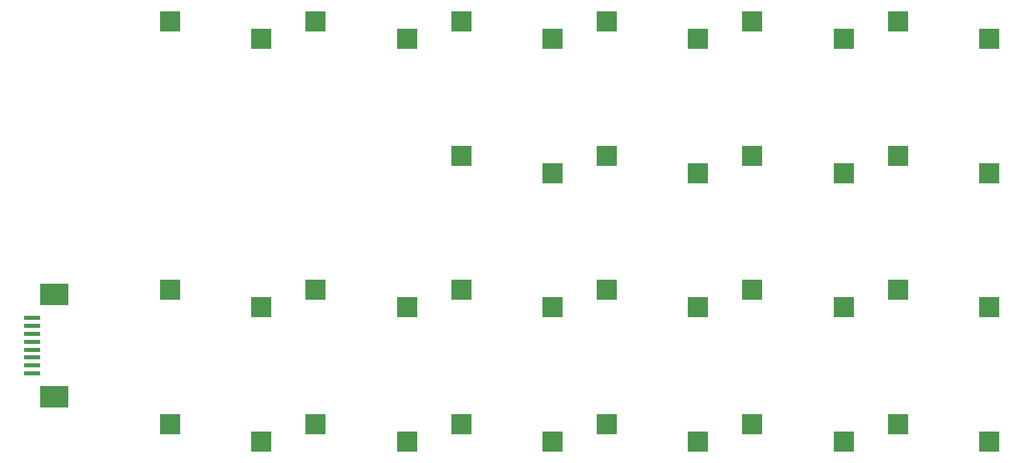
<source format=gbr>
%TF.GenerationSoftware,KiCad,Pcbnew,(6.0.4)*%
%TF.CreationDate,2024-05-03T20:26:16-07:00*%
%TF.ProjectId,right_ortholinear,72696768-745f-46f7-9274-686f6c696e65,v1.0.0*%
%TF.SameCoordinates,Original*%
%TF.FileFunction,Paste,Bot*%
%TF.FilePolarity,Positive*%
%FSLAX46Y46*%
G04 Gerber Fmt 4.6, Leading zero omitted, Abs format (unit mm)*
G04 Created by KiCad (PCBNEW (6.0.4)) date 2024-05-03 20:26:16*
%MOMM*%
%LPD*%
G01*
G04 APERTURE LIST*
%ADD10R,2.600000X2.600000*%
%ADD11R,2.000000X0.610000*%
%ADD12R,3.600000X2.680000*%
G04 APERTURE END LIST*
D10*
%TO.C,S20*%
X220325000Y-93050000D03*
X231875000Y-95250000D03*
%TD*%
%TO.C,S14*%
X201925000Y-127050000D03*
X213475000Y-129250000D03*
%TD*%
%TO.C,S13*%
X201925000Y-144050000D03*
X213475000Y-146250000D03*
%TD*%
%TO.C,S19*%
X220325000Y-110050000D03*
X231875000Y-112250000D03*
%TD*%
%TO.C,S15*%
X201925000Y-110050000D03*
X213475000Y-112250000D03*
%TD*%
%TO.C,S5*%
X146725000Y-93050000D03*
X158275000Y-95250000D03*
%TD*%
%TO.C,S17*%
X220325000Y-144050000D03*
X231875000Y-146250000D03*
%TD*%
%TO.C,S18*%
X220325000Y-127050000D03*
X231875000Y-129250000D03*
%TD*%
%TO.C,S22*%
X238725000Y-127050000D03*
X250275000Y-129250000D03*
%TD*%
%TO.C,S4*%
X146725000Y-127050000D03*
X158275000Y-129250000D03*
%TD*%
%TO.C,S12*%
X183525000Y-93050000D03*
X195075000Y-95250000D03*
%TD*%
%TO.C,S16*%
X201925000Y-93050000D03*
X213475000Y-95250000D03*
%TD*%
%TO.C,S10*%
X183525000Y-127050000D03*
X195075000Y-129250000D03*
%TD*%
%TO.C,S11*%
X183525000Y-110050000D03*
X195075000Y-112250000D03*
%TD*%
%TO.C,S7*%
X165125000Y-127050000D03*
X176675000Y-129250000D03*
%TD*%
%TO.C,S24*%
X238725000Y-93050000D03*
X250275000Y-95250000D03*
%TD*%
%TO.C,S23*%
X238725000Y-110050000D03*
X250275000Y-112250000D03*
%TD*%
%TO.C,S8*%
X165125000Y-93050000D03*
X176675000Y-95250000D03*
%TD*%
%TO.C,S9*%
X183525000Y-144050000D03*
X195075000Y-146250000D03*
%TD*%
%TO.C,S21*%
X238725000Y-144050000D03*
X250275000Y-146250000D03*
%TD*%
%TO.C,S3*%
X146725000Y-144050000D03*
X158275000Y-146250000D03*
%TD*%
%TO.C,S6*%
X165125000Y-144050000D03*
X176675000Y-146250000D03*
%TD*%
D11*
%TO.C,*%
X129300000Y-130600000D03*
X129300000Y-131600000D03*
X129300000Y-132600000D03*
X129300000Y-133600000D03*
X129300000Y-134600000D03*
X129300000Y-135600000D03*
X129300000Y-136600000D03*
X129300000Y-137600000D03*
D12*
X132100000Y-140590000D03*
X132100000Y-127610000D03*
%TD*%
M02*

</source>
